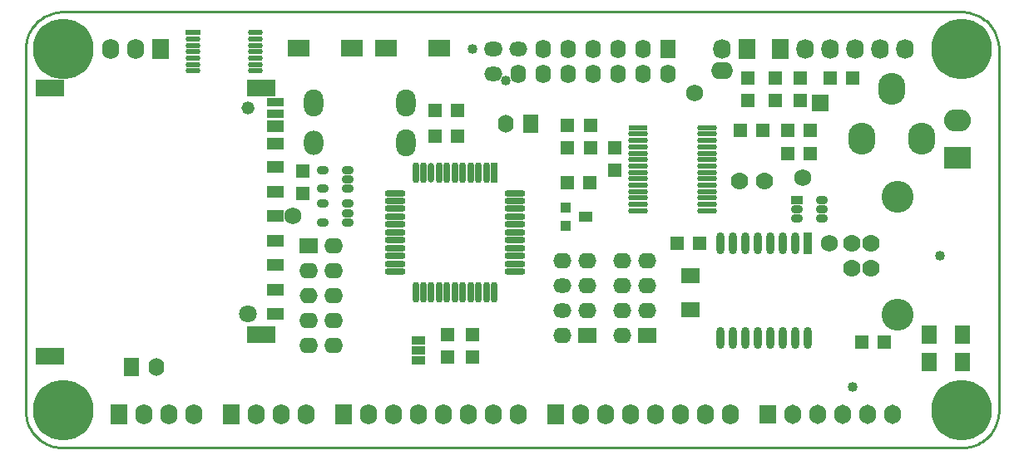
<source format=gts>
%FSLAX25Y25*%
%MOIN*%
G70*
G01*
G75*
%ADD10C,0.00700*%
%ADD11C,0.06000*%
%ADD12O,0.04000X0.02700*%
%ADD13R,0.07874X0.06299*%
%ADD14R,0.06500X0.05500*%
%ADD15R,0.05000X0.05000*%
%ADD16R,0.05500X0.06500*%
%ADD17R,0.04000X0.02700*%
%ADD18O,0.07000X0.10000*%
%ADD19O,0.07000X0.09000*%
%ADD20O,0.02400X0.08000*%
%ADD21R,0.02400X0.08000*%
%ADD22R,0.03600X0.03600*%
%ADD23R,0.05000X0.03600*%
%ADD24R,0.07000X0.01500*%
%ADD25O,0.07000X0.01500*%
%ADD26O,0.07480X0.01969*%
%ADD27O,0.01969X0.07480*%
%ADD28O,0.01969X0.07000*%
%ADD29R,0.01969X0.07480*%
%ADD30O,0.05118X0.01500*%
%ADD31O,0.05118X0.01500*%
%ADD32R,0.05118X0.01500*%
%ADD33R,0.05000X0.03000*%
%ADD34R,0.05906X0.02756*%
%ADD35R,0.11024X0.05906*%
%ADD36R,0.05906X0.03937*%
%ADD37R,0.05906X0.03937*%
%ADD38C,0.01000*%
%ADD39C,0.02000*%
%ADD40C,0.00600*%
%ADD41O,0.10000X0.12000*%
%ADD42C,0.06300*%
%ADD43C,0.06200*%
%ADD44O,0.06500X0.05500*%
%ADD45O,0.06500X0.05000*%
%ADD46O,0.05500X0.06400*%
%ADD47R,0.05500X0.06400*%
%ADD48R,0.06200X0.07200*%
%ADD49O,0.06200X0.07200*%
%ADD50O,0.06000X0.07000*%
%ADD51R,0.06000X0.07000*%
%ADD52O,0.05500X0.06800*%
%ADD53O,0.06400X0.05000*%
%ADD54O,0.06800X0.05000*%
%ADD55R,0.05500X0.06800*%
%ADD56O,0.06800X0.05500*%
%ADD57R,0.06800X0.05500*%
%ADD58O,0.06400X0.05500*%
%ADD59R,0.06000X0.06000*%
%ADD60O,0.08000X0.06000*%
%ADD61O,0.06000X0.07400*%
%ADD62R,0.06000X0.07400*%
%ADD63C,0.23500*%
%ADD64R,0.10000X0.08000*%
%ADD65O,0.10000X0.08000*%
%ADD66C,0.12000*%
%ADD67C,0.04400*%
%ADD68C,0.03200*%
%ADD69C,0.03000*%
%ADD70O,0.02700X0.04000*%
%ADD71O,0.02400X0.07500*%
%ADD72R,0.05000X0.07000*%
%ADD73O,0.02700X0.03500*%
%ADD74R,0.02700X0.04000*%
%ADD75R,0.03600X0.05000*%
%ADD76O,0.03600X0.02700*%
%ADD77O,0.01500X0.05118*%
%ADD78O,0.01500X0.05118*%
%ADD79R,0.01500X0.05118*%
%ADD80O,0.08000X0.02400*%
%ADD81R,0.08000X0.02400*%
%ADD82O,0.05500X0.01600*%
%ADD83R,0.05500X0.01600*%
%ADD84R,0.06000X0.12500*%
%ADD85R,0.09843X0.09843*%
%ADD86R,0.15000X0.10000*%
%ADD87R,0.12500X0.06000*%
%ADD88R,0.08500X0.10800*%
%ADD89R,0.06000X0.10000*%
%ADD90C,0.00800*%
%ADD91C,0.00500*%
%ADD92C,0.00400*%
%ADD93C,0.02200*%
%ADD94C,0.01200*%
%ADD95C,0.03000*%
%ADD96C,0.05000*%
%ADD97C,0.00394*%
%ADD98R,0.22835X0.81937*%
%ADD99R,0.02953X0.04134*%
%ADD100R,0.02953X0.04134*%
%ADD101R,0.03000X0.02800*%
%ADD102R,0.02800X0.03000*%
%ADD103R,0.70000X0.06700*%
%ADD104R,0.01575X0.01575*%
%ADD105R,0.02500X0.02500*%
%ADD106R,0.30000X0.07000*%
%ADD107R,0.20000X0.07000*%
%ADD108R,0.50000X0.06500*%
%ADD109R,0.05200X0.10400*%
%ADD110R,0.05000X0.10400*%
%ADD111R,0.01575X0.01575*%
%ADD112R,0.46500X0.07000*%
%ADD113R,1.08500X0.07000*%
%ADD114C,0.06800*%
%ADD115O,0.04800X0.03500*%
%ADD116R,0.08674X0.07099*%
%ADD117R,0.07300X0.06300*%
%ADD118R,0.05800X0.05800*%
%ADD119R,0.06300X0.07300*%
%ADD120R,0.04800X0.03500*%
%ADD121O,0.07800X0.10800*%
%ADD122O,0.07800X0.09800*%
%ADD123O,0.03200X0.08800*%
%ADD124R,0.03200X0.08800*%
%ADD125R,0.04400X0.04400*%
%ADD126R,0.05800X0.04400*%
%ADD127R,0.07800X0.02300*%
%ADD128O,0.07800X0.02300*%
%ADD129O,0.08280X0.02768*%
%ADD130O,0.02768X0.08280*%
%ADD131O,0.02768X0.07800*%
%ADD132R,0.02768X0.08280*%
%ADD133O,0.05918X0.02300*%
%ADD134O,0.05918X0.02300*%
%ADD135R,0.05918X0.02300*%
%ADD136R,0.05800X0.03800*%
%ADD137R,0.06706X0.03556*%
%ADD138R,0.11824X0.06706*%
%ADD139R,0.06706X0.04737*%
%ADD140R,0.06706X0.04737*%
%ADD141O,0.10800X0.12800*%
%ADD142C,0.07100*%
%ADD143C,0.07000*%
%ADD144O,0.07300X0.06300*%
%ADD145O,0.07300X0.05800*%
%ADD146O,0.06300X0.07200*%
%ADD147R,0.06300X0.07200*%
%ADD148R,0.07000X0.08000*%
%ADD149O,0.07000X0.08000*%
%ADD150O,0.06800X0.07800*%
%ADD151R,0.06800X0.07800*%
%ADD152O,0.06300X0.07600*%
%ADD153O,0.07200X0.05800*%
%ADD154O,0.07600X0.05800*%
%ADD155R,0.06300X0.07600*%
%ADD156O,0.07600X0.06300*%
%ADD157R,0.07600X0.06300*%
%ADD158O,0.07200X0.06300*%
%ADD159R,0.06800X0.06800*%
%ADD160O,0.08800X0.06800*%
%ADD161O,0.06800X0.08200*%
%ADD162R,0.06800X0.08200*%
%ADD163C,0.24300*%
%ADD164R,0.10800X0.08800*%
%ADD165O,0.10800X0.08800*%
%ADD166C,0.12800*%
%ADD167C,0.05200*%
%ADD168C,0.04000*%
D38*
X475000Y100000D02*
X475981Y100032D01*
X476958Y100128D01*
X477926Y100288D01*
X478882Y100511D01*
X479822Y100796D01*
X480740Y101142D01*
X481634Y101547D01*
X482500Y102010D01*
X483334Y102528D01*
X484131Y103100D01*
X484890Y103722D01*
X485607Y104393D01*
X486278Y105110D01*
X486900Y105869D01*
X487472Y106667D01*
X487990Y107500D01*
X488453Y108366D01*
X488858Y109260D01*
X489204Y110178D01*
X489489Y111118D01*
X489712Y112074D01*
X489872Y113042D01*
X489968Y114019D01*
X490000Y115000D01*
Y260000D02*
X489968Y260981D01*
X489872Y261958D01*
X489712Y262926D01*
X489489Y263882D01*
X489204Y264822D01*
X488858Y265740D01*
X488453Y266634D01*
X487990Y267500D01*
X487472Y268334D01*
X486900Y269131D01*
X486278Y269890D01*
X485607Y270607D01*
X484890Y271278D01*
X484131Y271900D01*
X483334Y272472D01*
X482500Y272990D01*
X481634Y273453D01*
X480740Y273858D01*
X479822Y274204D01*
X478882Y274489D01*
X477926Y274712D01*
X476958Y274872D01*
X475981Y274968D01*
X475000Y275000D01*
X115000D02*
X114019Y274968D01*
X113042Y274872D01*
X112074Y274712D01*
X111118Y274489D01*
X110178Y274204D01*
X109260Y273858D01*
X108366Y273453D01*
X107500Y272990D01*
X106667Y272472D01*
X105869Y271900D01*
X105110Y271278D01*
X104393Y270607D01*
X103722Y269890D01*
X103100Y269131D01*
X102528Y268334D01*
X102010Y267500D01*
X101547Y266634D01*
X101142Y265740D01*
X100796Y264822D01*
X100511Y263882D01*
X100288Y262926D01*
X100128Y261958D01*
X100032Y260981D01*
X100000Y260000D01*
Y115000D02*
X100032Y114019D01*
X100128Y113042D01*
X100288Y112074D01*
X100511Y111118D01*
X100796Y110178D01*
X101142Y109260D01*
X101547Y108366D01*
X102010Y107500D01*
X102528Y106667D01*
X103100Y105869D01*
X103722Y105110D01*
X104393Y104393D01*
X105110Y103722D01*
X105869Y103100D01*
X106667Y102528D01*
X107500Y102010D01*
X108366Y101547D01*
X109260Y101142D01*
X110178Y100796D01*
X111118Y100511D01*
X112074Y100288D01*
X113042Y100128D01*
X114019Y100032D01*
X115000Y100000D01*
Y275000D02*
X475000D01*
X100000Y115000D02*
Y260000D01*
X115000Y100000D02*
X475000D01*
X489900Y114300D02*
X490000Y260000D01*
D114*
X207000Y193000D02*
D03*
X411500Y208500D02*
D03*
X368000Y242500D02*
D03*
X422000Y182000D02*
D03*
D115*
X419000Y195700D02*
D03*
X219000Y211500D02*
D03*
Y204000D02*
D03*
X229000Y207700D02*
D03*
Y204000D02*
D03*
Y211500D02*
D03*
X409000Y195700D02*
D03*
X419000Y192000D02*
D03*
Y199500D02*
D03*
X409000Y192000D02*
D03*
X229000Y198000D02*
D03*
Y190500D02*
D03*
Y194200D02*
D03*
X219000Y190500D02*
D03*
Y198000D02*
D03*
D116*
X265630Y260500D02*
D03*
X244370D02*
D03*
X230630D02*
D03*
X209370D02*
D03*
D117*
X366500Y155500D02*
D03*
Y169000D02*
D03*
X325000Y145000D02*
D03*
X349000D02*
D03*
D118*
X444000Y142500D02*
D03*
X435000D02*
D03*
X400500Y248500D02*
D03*
Y239500D02*
D03*
X410500D02*
D03*
X317000Y206500D02*
D03*
X431500Y248500D02*
D03*
X422500D02*
D03*
X410500D02*
D03*
X405500Y218000D02*
D03*
Y227500D02*
D03*
X326000Y206500D02*
D03*
X279000Y145500D02*
D03*
X273000Y235500D02*
D03*
X264000D02*
D03*
X395500Y227500D02*
D03*
X386500D02*
D03*
X269000Y145500D02*
D03*
Y136500D02*
D03*
X211000Y202000D02*
D03*
Y211000D02*
D03*
X264000Y225000D02*
D03*
X273000D02*
D03*
X336000Y220500D02*
D03*
Y211500D02*
D03*
X414500Y218000D02*
D03*
Y227500D02*
D03*
X279000Y136500D02*
D03*
X389500Y248500D02*
D03*
Y239500D02*
D03*
X326500Y229500D02*
D03*
Y220500D02*
D03*
X317000Y229500D02*
D03*
Y220500D02*
D03*
X361000Y182000D02*
D03*
X370000D02*
D03*
D119*
X475500Y145500D02*
D03*
X462000D02*
D03*
X475500Y134500D02*
D03*
X462000D02*
D03*
D120*
X409000Y199500D02*
D03*
D121*
X252504Y222500D02*
D03*
X252504Y238374D02*
D03*
X215496Y238500D02*
D03*
D122*
X215496Y222500D02*
D03*
D123*
X408500Y144000D02*
D03*
X413500D02*
D03*
X408500Y182000D02*
D03*
X403500Y144000D02*
D03*
X398500D02*
D03*
X393500D02*
D03*
X388500D02*
D03*
X383500D02*
D03*
X378500D02*
D03*
Y182000D02*
D03*
X383500D02*
D03*
X388500D02*
D03*
X393500D02*
D03*
X398500D02*
D03*
X403500D02*
D03*
D124*
X413500D02*
D03*
D125*
X316500Y189000D02*
D03*
Y196500D02*
D03*
D126*
X324500Y192700D02*
D03*
D127*
X345500Y228500D02*
D03*
D128*
Y218264D02*
D03*
X373059Y213146D02*
D03*
Y215705D02*
D03*
X373059Y228500D02*
D03*
X373059Y225941D02*
D03*
Y223382D02*
D03*
Y220823D02*
D03*
Y218264D02*
D03*
Y210587D02*
D03*
Y208028D02*
D03*
Y205469D02*
D03*
Y202909D02*
D03*
Y197791D02*
D03*
Y195232D02*
D03*
X345500D02*
D03*
Y197791D02*
D03*
Y200350D02*
D03*
Y205469D02*
D03*
Y208028D02*
D03*
Y210587D02*
D03*
Y213146D02*
D03*
Y215705D02*
D03*
Y220823D02*
D03*
Y223382D02*
D03*
Y225941D02*
D03*
Y202909D02*
D03*
X373059Y200350D02*
D03*
D129*
X296016Y199098D02*
D03*
Y189650D02*
D03*
Y192799D02*
D03*
Y173902D02*
D03*
X247984Y202248D02*
D03*
Y199098D02*
D03*
Y195949D02*
D03*
Y192799D02*
D03*
Y189650D02*
D03*
Y186500D02*
D03*
Y183350D02*
D03*
X296016Y170752D02*
D03*
Y177051D02*
D03*
Y180201D02*
D03*
Y183350D02*
D03*
Y186500D02*
D03*
Y202248D02*
D03*
X247984Y180201D02*
D03*
Y177051D02*
D03*
X296016Y195949D02*
D03*
X247984Y173902D02*
D03*
Y170752D02*
D03*
D130*
X259402Y210516D02*
D03*
X275150Y162484D02*
D03*
X259402D02*
D03*
X262551D02*
D03*
X284598Y210516D02*
D03*
X281449D02*
D03*
X278299D02*
D03*
X275150D02*
D03*
X272000D02*
D03*
X268850D02*
D03*
X265701D02*
D03*
X256252D02*
D03*
X268850Y162484D02*
D03*
X272000D02*
D03*
X281449D02*
D03*
X284598D02*
D03*
X287748D02*
D03*
X265701D02*
D03*
X278299D02*
D03*
X256252D02*
D03*
D131*
X262551Y210516D02*
D03*
D132*
X287748Y210516D02*
D03*
D133*
X166902Y264118D02*
D03*
D134*
Y261559D02*
D03*
Y259000D02*
D03*
Y256441D02*
D03*
Y253882D02*
D03*
Y251323D02*
D03*
X192098Y253882D02*
D03*
Y256441D02*
D03*
Y259000D02*
D03*
Y261559D02*
D03*
Y264118D02*
D03*
Y266677D02*
D03*
Y251323D02*
D03*
D135*
X166902Y266677D02*
D03*
D136*
X257500Y135063D02*
D03*
Y139000D02*
D03*
Y142937D02*
D03*
D137*
X200000Y238795D02*
D03*
Y234071D02*
D03*
D138*
X194488Y145488D02*
D03*
Y244307D02*
D03*
X109843D02*
D03*
Y136827D02*
D03*
D139*
X200000Y228953D02*
D03*
Y212713D02*
D03*
Y222260D02*
D03*
Y202870D02*
D03*
Y193028D02*
D03*
Y183185D02*
D03*
Y173343D02*
D03*
D140*
Y153657D02*
D03*
Y163500D02*
D03*
D141*
X435000Y224000D02*
D03*
X459000D02*
D03*
X447000Y244000D02*
D03*
D142*
X188976Y153657D02*
D03*
D143*
X431000Y182000D02*
D03*
X438874D02*
D03*
X431000Y172158D02*
D03*
X438874Y172157D02*
D03*
X396000Y207000D02*
D03*
X386000D02*
D03*
D144*
X315000Y175000D02*
D03*
Y145000D02*
D03*
X325000Y175000D02*
D03*
Y165000D02*
D03*
Y155000D02*
D03*
X339000Y145000D02*
D03*
Y155000D02*
D03*
Y165000D02*
D03*
Y175000D02*
D03*
X349000Y165000D02*
D03*
Y175000D02*
D03*
Y155000D02*
D03*
D145*
X315000Y165000D02*
D03*
Y155000D02*
D03*
X297500Y260000D02*
D03*
D146*
X292500Y230000D02*
D03*
X152500Y132500D02*
D03*
D147*
X302500Y230000D02*
D03*
X142500Y132500D02*
D03*
D148*
X389000Y260000D02*
D03*
X402500D02*
D03*
D149*
X379000D02*
D03*
X412500D02*
D03*
X432500D02*
D03*
X442500D02*
D03*
X452500D02*
D03*
X422500D02*
D03*
D150*
X417500Y113500D02*
D03*
X447500D02*
D03*
X407500D02*
D03*
X427500D02*
D03*
X437500D02*
D03*
D151*
X397500D02*
D03*
D152*
X337500Y250000D02*
D03*
X297500D02*
D03*
X307500D02*
D03*
Y260000D02*
D03*
X347500Y250000D02*
D03*
Y260000D02*
D03*
X357500Y250000D02*
D03*
X337500Y260000D02*
D03*
X327500D02*
D03*
X317500Y250000D02*
D03*
X327500D02*
D03*
X317500Y260000D02*
D03*
D153*
X287500Y250000D02*
D03*
D154*
Y260000D02*
D03*
D155*
X357500D02*
D03*
D156*
X223500Y141000D02*
D03*
X213500D02*
D03*
X223500Y181000D02*
D03*
Y161000D02*
D03*
X213500Y151000D02*
D03*
X223500D02*
D03*
X213500Y171000D02*
D03*
X223500D02*
D03*
D157*
X213500Y181000D02*
D03*
D158*
Y161000D02*
D03*
D159*
X418500Y238500D02*
D03*
D160*
X379000Y251500D02*
D03*
D161*
X212500Y113500D02*
D03*
X202500D02*
D03*
X192500D02*
D03*
X297500D02*
D03*
X287500D02*
D03*
X277500D02*
D03*
X267500D02*
D03*
X257500D02*
D03*
X247500D02*
D03*
X237500D02*
D03*
X134000Y260000D02*
D03*
X144000D02*
D03*
X147500Y113500D02*
D03*
X157500D02*
D03*
X167500D02*
D03*
X322500D02*
D03*
X332500D02*
D03*
X342500D02*
D03*
X352500D02*
D03*
X362500D02*
D03*
X372500D02*
D03*
X382500D02*
D03*
D162*
X182500D02*
D03*
X227500D02*
D03*
X154000Y260000D02*
D03*
X137500Y113500D02*
D03*
X312500D02*
D03*
D163*
X475000Y115000D02*
D03*
Y260000D02*
D03*
X115000D02*
D03*
Y115000D02*
D03*
D164*
X473500Y216500D02*
D03*
D165*
Y231500D02*
D03*
D166*
X449543Y200780D02*
D03*
Y153378D02*
D03*
D167*
X188976Y236335D02*
D03*
D168*
X279000Y260000D02*
D03*
X292500Y247500D02*
D03*
X431500Y124500D02*
D03*
X466500Y177000D02*
D03*
M02*

</source>
